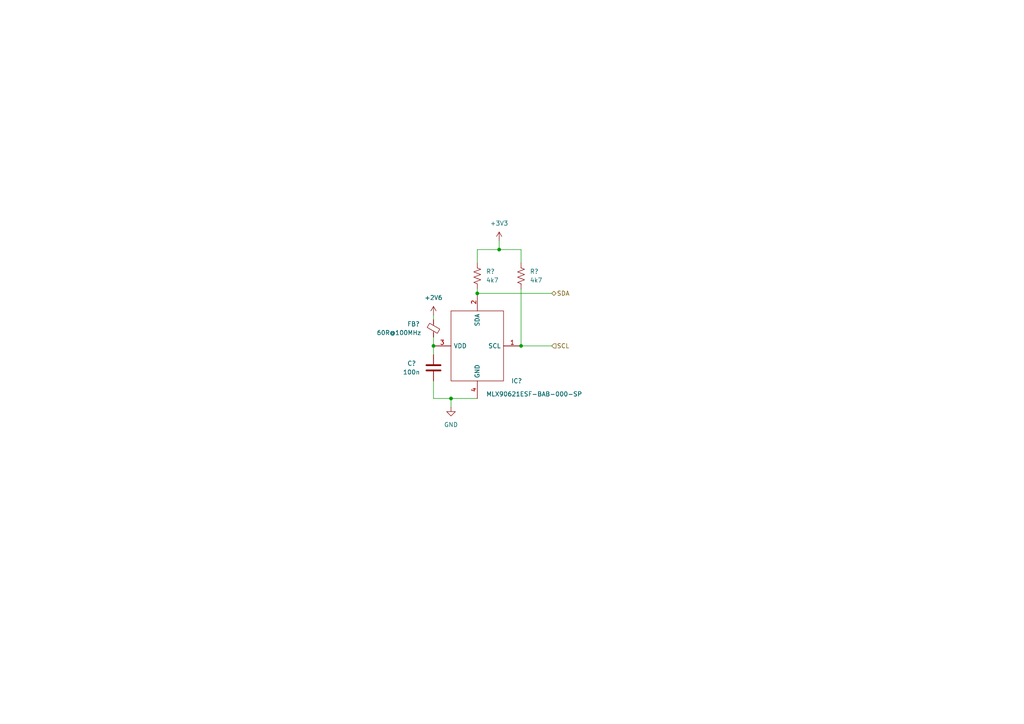
<source format=kicad_sch>
(kicad_sch (version 20211123) (generator eeschema)
  (paper "A4")
  (title_block (title "IR Sensor"))
  (lib_symbols
    (symbol "Device:C" (pin_numbers hide) (pin_names (offset 0.254))
      (property "Reference" "C" (at 0.635 2.54 0))
      (property "Value" "C" (at 0.635 -2.54 0))
      (symbol "C_0_1"
        (polyline (pts (xy -2.032 -0.762) (xy 2.032 -0.762)) (stroke (width 0.508)))
        (polyline (pts (xy -2.032 0.762) (xy 2.032 0.762)) (stroke (width 0.508)))
      )
      (symbol "C_1_1"
        (pin passive line (at 0 3.81 270) (length 2.794) (name "~") (number "1"))
        (pin passive line (at 0 -3.81 90) (length 2.794) (name "~") (number "2"))
      )
    )
    (symbol "Device:FerriteBead_Small" (pin_numbers hide) (pin_names (offset 0))
      (property "Reference" "FB" (at 1.905 1.27 0))
      (property "Value" "FerriteBead_Small" (at 1.905 -1.27 0))
      (symbol "FerriteBead_Small_0_1"
        (polyline (pts (xy 0 -1.27) (xy 0 -0.7874)))
        (polyline (pts (xy 0 0.889) (xy 0 1.2954)))
        (polyline (pts (xy -1.8288 0.2794) (xy -1.1176 1.4986) (xy 1.8288 -0.2032) (xy 1.1176 -1.4224) (xy -1.8288 0.2794)))
      )
      (symbol "FerriteBead_Small_1_1"
        (pin passive line (at 0 2.54 270) (length 1.27) (name "~") (number "1"))
        (pin passive line (at 0 -2.54 90) (length 1.27) (name "~") (number "2"))
      )
    )
    (symbol "Device:R_US" (pin_numbers hide) (pin_names (offset 0))
      (property "Reference" "R" (at 2.54 0 90))
      (property "Value" "R_US" (at -2.54 0 90))
      (symbol "R_US_0_1"
        (polyline (pts (xy 0 -2.286) (xy 0 -2.54)))
        (polyline (pts (xy 0 2.286) (xy 0 2.54)))
        (polyline (pts (xy 0 -0.762) (xy 1.016 -1.143) (xy 0 -1.524) (xy -1.016 -1.905) (xy 0 -2.286)))
        (polyline (pts (xy 0 0.762) (xy 1.016 0.381) (xy 0 0) (xy -1.016 -0.381) (xy 0 -0.762)))
        (polyline (pts (xy 0 2.286) (xy 1.016 1.905) (xy 0 1.524) (xy -1.016 1.143) (xy 0 0.762)))
      )
      (symbol "R_US_1_1"
        (pin passive line (at 0 3.81 270) (length 1.27) (name "~") (number "1"))
        (pin passive line (at 0 -3.81 90) (length 1.27) (name "~") (number "2"))
      )
    )
    (symbol "MLX90621ESF-BAB-000-SP:MLX90621ESF-BAB-000-SP" (pin_names (offset 0.762))
      (property "Reference" "IC" (at 21.59 15.24 0))
      (property "Value" "MLX90621ESF-BAB-000-SP" (at 21.59 12.7 0))
      (symbol "MLX90621ESF-BAB-000-SP_0_0"
        (pin passive line (at 25.4 0 180) (length 5.08) (name "SCL") (number "1"))
        (pin passive line (at 12.7 15.24 270) (length 5.08) (name "SDA") (number "2"))
        (pin passive line (at 0 0 0) (length 5.08) (name "VDD") (number "3"))
        (pin passive line (at 12.7 -15.24 90) (length 5.08) (name "GND") (number "4"))
      )
      (symbol "MLX90621ESF-BAB-000-SP_0_1"
        (polyline (pts (xy 5.08 10.16) (xy 20.32 10.16) (xy 20.32 -10.16) (xy 5.08 -10.16) (xy 5.08 10.16)) (stroke (width 0.1524)))
      )
    )
    (symbol "power:+2V6" (power) (pin_names (offset 0))
      (property "Value" "+2V6" (at 0 5.08 0))
      (symbol "+2V6_0_1"
        (polyline (pts (xy -0.762 1.27) (xy 0 2.54)))
        (polyline (pts (xy 0 0) (xy 0 2.54)))
        (polyline (pts (xy 0 2.54) (xy 0.762 1.27)))
      )
      (symbol "+2V6_1_1"
        (pin power_in line (at 0 0 90) (length 0) hide (name "+2V6") (number "1"))
      )
    )
    (symbol "power:+3V3" (power) (pin_names (offset 0))
      (property "Value" "+3V3" (at 0 3.556 0))
      (symbol "+3V3_0_1"
        (polyline (pts (xy -0.762 1.27) (xy 0 2.54)))
        (polyline (pts (xy 0 0) (xy 0 2.54)))
        (polyline (pts (xy 0 2.54) (xy 0.762 1.27)))
      )
      (symbol "+3V3_1_1"
        (pin power_in line (at 0 0 90) (length 0) hide (name "+3V3") (number "1"))
      )
    )
    (symbol "power:GND" (power) (pin_names (offset 0))
      (property "Value" "GND" (at 0 -3.81 0))
      (symbol "GND_0_1"
        (polyline (pts (xy 0 0) (xy 0 -1.27) (xy 1.27 -1.27) (xy 0 -2.54) (xy -1.27 -1.27) (xy 0 -1.27)))
      )
      (symbol "GND_1_1"
        (pin power_in line (at 0 0 270) (length 0) hide (name "GND") (number "1"))
      )
    )
  )
  (junction (at 125.73 100.33))
  (junction (at 130.81 115.57))
  (junction (at 151.13 100.33))
  (junction (at 138.43 85.09))
  (junction (at 144.78 72.39))
  (wire (pts (xy 138.43 76.2) (xy 138.43 72.39)))
  (wire (pts (xy 138.43 83.82) (xy 138.43 85.09)))
  (wire (pts (xy 144.78 72.39) (xy 151.13 72.39)))
  (wire (pts (xy 125.73 115.57) (xy 130.81 115.57)))
  (wire (pts (xy 151.13 72.39) (xy 151.13 76.2)))
  (wire (pts (xy 151.13 100.33) (xy 160.02 100.33)))
  (wire (pts (xy 125.73 110.49) (xy 125.73 115.57)))
  (wire (pts (xy 125.73 91.44) (xy 125.73 92.71)))
  (wire (pts (xy 144.78 69.85) (xy 144.78 72.39)))
  (wire (pts (xy 130.81 115.57) (xy 130.81 118.11)))
  (wire (pts (xy 125.73 97.79) (xy 125.73 100.33)))
  (wire (pts (xy 125.73 102.87) (xy 125.73 100.33)))
  (wire (pts (xy 138.43 85.09) (xy 160.02 85.09)))
  (wire (pts (xy 130.81 115.57) (xy 138.43 115.57)))
  (wire (pts (xy 151.13 83.82) (xy 151.13 100.33)))
  (wire (pts (xy 138.43 72.39) (xy 144.78 72.39)))
  (hierarchical_label "SCL" (shape input) (at 160.02 100.33 0))
  (hierarchical_label "SDA" (shape bidirectional) (at 160.02 85.09 0))
  (symbol (lib_id "Device:R_US") (at 151.13 80.01 0) (unit 1)
    (property "Reference" "R?" (at 153.67 78.7399 0) (effects (justify left)))
    (property "Value" "4k7" (at 153.67 81.2799 0) (effects (justify left)))
    (property "Footprint" "Resistor_SMD:R_0603_1608Metric" (effects hide))
  )
  (symbol (lib_id "power:+3V3") (at 144.78 69.85 0) (unit 1)
    (property "Reference" "#PWR?" (effects hide))
    (property "Value" "+3V3" (at 144.78 64.77 0))
  )
  (symbol (lib_id "Device:R_US") (at 138.43 80.01 0) (unit 1)
    (property "Reference" "R?" (at 140.97 78.7399 0) (effects (justify left)))
    (property "Value" "4k7" (at 140.97 81.2799 0) (effects (justify left)))
    (property "Footprint" "Resistor_SMD:R_0603_1608Metric" (effects hide))
  )
  (symbol (lib_id "power:GND") (at 130.81 118.11 0) (unit 1)
    (property "Reference" "#PWR?" (effects hide))
    (property "Value" "GND" (at 130.81 123.19 0))
  )
  (symbol (lib_id "power:+2V6") (at 125.73 91.44 0) (unit 1)
    (property "Reference" "#PWR?" (effects hide))
    (property "Value" "+2V6" (at 125.73 86.36 0))
  )
  (symbol (lib_id "MLX90621ESF-BAB-000-SP:MLX90621ESF-BAB-000-SP") (at 125.73 100.33 0) (unit 1)
    (property "Reference" "IC?" (at 149.86 110.49 0))
    (property "Value" "MLX90621ESF-BAB-000-SP" (at 154.94 114.3 0))
    (property "Footprint" "MLX:MLX90621ESFBAB000SP" (effects hide))
    (property "Datasheet" "https://www.melexis.com/-/media/files/documents/datasheets/mlx90621-datasheet-melexis.pdf" (effects hide))
    (property "Description" "Board Mount Temperature Sensors 16X4 thermal array sensor, 3Volt, 60deg total FOV" (effects hide))
    (property "Height" "11.4" (effects hide))
    (property "Manufacturer_Name" "Melexis" (effects hide))
    (property "Manufacturer_Part_Number" "MLX90621ESF-BAB-000-SP" (effects hide))
    (property "Mouser Part Number" "482-90621ESFBAB000SP" (effects hide))
    (property "Mouser Price/Stock" "https://www.mouser.co.uk/ProductDetail/Melexis/MLX90621ESF-BAB-000-SP/?qs=KuGPmAKtFKVFHvV1D3wVtw%3D%3D" (effects hide))
  )
  (symbol (lib_id "Device:FerriteBead_Small") (at 125.73 95.25 0) (unit 1)
    (property "Reference" "FB?" (at 118.11 93.98 0) (effects (justify left)))
    (property "Value" "60R@100MHz" (at 109.22 96.52 0) (effects (justify left)))
    (property "Footprint" "Inductor_SMD:L_0603_1608Metric" (effects hide))
  )
  (symbol (lib_id "Device:C") (at 125.73 106.68 0) (unit 1)
    (property "Reference" "C?" (at 118.11 105.41 0) (effects (justify left)))
    (property "Value" "100n" (at 116.84 107.95 0) (effects (justify left)))
    (property "Footprint" "Capacitor_SMD:C_0603_1608Metric" (effects hide))
  )
)
</source>
